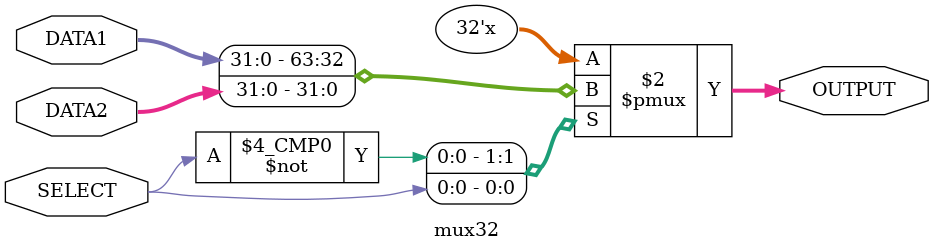
<source format=v>
module mux32(DATA1 , DATA2 , SELECT, OUTPUT);

    	input [31:0] DATA1 , DATA2;  
  		input SELECT;
    	output reg [31:0] OUTPUT;

    	always @(DATA1 , DATA2 , SELECT)
    		begin
        
		//Start of combinational logic block triggered by changes in DATA1, DATA2, or SELECT

        	case(SELECT)
            	1'b0 : OUTPUT = DATA1; // If SELECT is 0, OUTPUT receives DATA1
            	1'b1 : OUTPUT = DATA2; // If SELECT is 1, OUTPUT receives DATA2
        	endcase
    		
		end
endmodule
</source>
